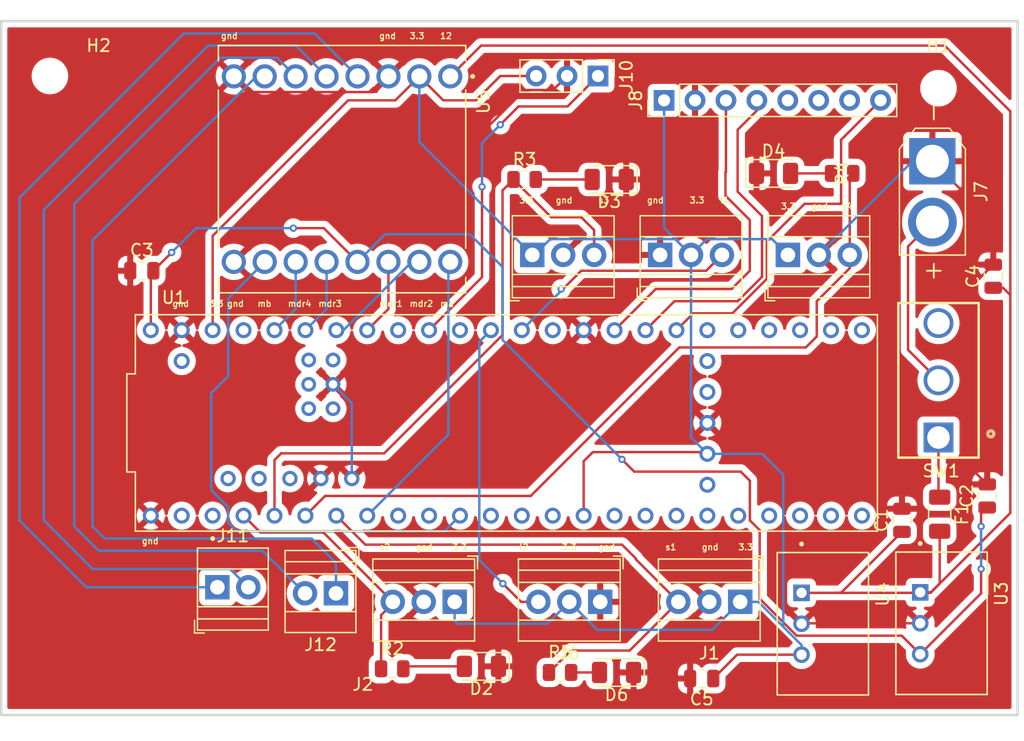
<source format=kicad_pcb>
(kicad_pcb (version 20240108) (generator "pcbnew") (generator_version "8.0")
  (layers (0 "F.Cu" signal) (31 "B.Cu" signal) (34 "B.Paste" user) (35 "F.Paste" user) (36 "B.SilkS" user "B.Silkscreen") (37 "F.SilkS" user "F.Silkscreen") (38 "B.Mask" user) (39 "F.Mask" user) (44 "Edge.Cuts" user))
  (net 0 "")
  (net 1 "+12V")
  (net 2 "GND")
  (net 3 "+5V")
  (net 4 "+3.3V")
  (net 5 "s2")
  (net 6 "s3")
  (net 7 "s4")
  (net 8 "Net-(SW1-A)")
  (net 9 "s1")
  (net 10 "L1")
  (net 11 "L2")
  (net 12 "start")
  (net 15 "motorapwm")
  (net 18 "motorbpwm")
  (net 23 "unconnected-(U1-RX1-Pad0)")
  (net 32 "int")
  (net 56 "mdr4")
  (net 57 "Net-(J11-Pin_2)")
  (net 58 "Net-(J11-Pin_1)")
  (net 59 "Net-(J12-Pin_1)")
  (net 60 "Net-(J7-Pin_2)")
  (net 61 "Net-(D2-A)")
  (net 62 "Net-(D3-A)")
  (net 63 "Net-(D4-A)")
  (net 64 "Net-(D6-A)")
  (net 65 "Net-(J12-Pin_2)")
  (net 66 "mdr1")
  (net 67 "mdr2")
  (net 68 "mdr3")
  (net 69 "scl")
  (net 70 "sda")
  (footprint "pleseowrk:voltageregulator" (layer "F.Cu") (at 154.75 73.96 -90)
    (property "Reference" "U3" (at -2.425 -4.915 -90) (layer "F.SilkS"))
    (property "Value" "R-78K5.0-0.5")
    (pad "1" thru_hole rect (at -2.54 1.75 270) (size 1.358 1.358) (drill 0.85) (layers "*.Cu" "*.Mask") (net 1 "+12V"))
    (pad "2" thru_hole circle (at 0 1.75 270) (size 1.358 1.358) (drill 0.85) (layers "*.Cu" "*.Mask") (net 2 "GND"))
    (pad "3" thru_hole circle (at 2.54 1.75 270) (size 1.358 1.358) (drill 0.85) (layers "*.Cu" "*.Mask") (net 3 "+5V"))
  )
  (footprint "TerminalBlock:TerminalBlock_Xinya_XY308-2.54-2P_1x02_P2.54mm_Horizontal" (layer "F.Cu") (at 105 71.5 180)
    (property "Reference" "J12" (at 1.27 -4.22 0) (layer "F.SilkS"))
    (property "Value" "Screw_Terminal_01x02")
    (pad "1" thru_hole rect (at 0 0 180) (size 2 2) (drill 1.2) (layers "*.Cu" "*.Mask") (net 59 "Net-(J12-Pin_1)"))
    (pad "2" thru_hole circle (at 2.54 0 180) (size 2 2) (drill 1.2) (layers "*.Cu" "*.Mask") (net 65 "Net-(J12-Pin_2)"))
  )
  (footprint "Capacitor_SMD:C_0805_2012Metric" (layer "F.Cu") (at 89.05 45)
    (property "Reference" "C3" (at 0 -1.68 0) (layer "F.SilkS"))
    (property "Value" "0.1uF")
    (pad "1" smd roundrect (at -0.95 0) (size 1 1.45) (layers "F.Cu" "F.Paste" "F.Mask") (net 2 "GND"))
    (pad "2" smd roundrect (at 0.95 0) (size 1 1.45) (layers "F.Cu" "F.Paste" "F.Mask") (net 3 "+5V"))
  )
  (footprint "Fuse:Fuse_1206_3216Metric" (layer "F.Cu") (at 154.6 65 -90)
    (property "Reference" "F1" (at 0 -1.82 90) (layer "F.SilkS"))
    (property "Value" "Fuse")
    (pad "1" smd roundrect (at -1.4 0 270) (size 1.25 1.75) (layers "F.Cu" "F.Paste" "F.Mask") (roundrect_rratio 0.2) (net 8 "Net-(SW1-A)"))
    (pad "2" smd roundrect (at 1.4 0 270) (size 1.25 1.75) (layers "F.Cu" "F.Paste" "F.Mask") (roundrect_rratio 0.2) (net 1 "+12V"))
  )
  (footprint "Resistor_SMD:R_0805_2012Metric" (layer "F.Cu") (at 109.6225 77.7)
    (property "Reference" "R2" (at 0 -1.65 0) (layer "F.SilkS"))
    (property "Value" "R_US")
    (pad "1" smd roundrect (at -0.9125 0) (size 1.025 1.4) (layers "F.Cu" "F.Paste" "F.Mask") (roundrect_rratio 0.243902) (net 5 "s2"))
    (pad "2" smd roundrect (at 0.9125 0) (size 1.025 1.4) (layers "F.Cu" "F.Paste" "F.Mask") (roundrect_rratio 0.243902) (net 61 "Net-(D2-A)"))
  )
  (footprint "Capacitor_SMD:C_0805_2012Metric" (layer "F.Cu") (at 158.5 63.5 90)
    (property "Reference" "C2" (at 0 -1.68 90) (layer "F.SilkS"))
    (property "Value" "10 uF")
    (pad "1" smd roundrect (at -0.95 0 90) (size 1 1.45) (layers "F.Cu" "F.Paste" "F.Mask") (net 3 "+5V"))
    (pad "2" smd roundrect (at 0.95 0 90) (size 1 1.45) (layers "F.Cu" "F.Paste" "F.Mask") (net 2 "GND"))
  )
  (footprint "TerminalBlock:TerminalBlock_Xinya_XY308-2.54-3P_1x03_P2.54mm_Horizontal" (layer "F.Cu") (at 126.71 72.2 180)
    (property "Reference" "J6" (at 2.54 -4.22 0) (layer "F.SilkS"))
    (property "Value" "Screw_Terminal_01x03")
    (pad "1" thru_hole rect (at 0 0 180) (size 2 2) (drill 1.2) (layers "*.Cu" "*.Mask") (net 2 "GND"))
    (pad "2" thru_hole circle (at 2.54 0 180) (size 2 2) (drill 1.2) (layers "*.Cu" "*.Mask") (net 4 "+3.3V"))
    (pad "3" thru_hole circle (at 5.08 0 180) (size 2 2) (drill 1.2) (layers "*.Cu" "*.Mask") (net 11 "L2"))
  )
  (footprint "TerminalBlock:TerminalBlock_Xinya_XY308-2.54-3P_1x03_P2.54mm_Horizontal" (layer "F.Cu") (at 131.63 43.7)
    (property "Reference" "J5" (hide yes))
    (property "Value" "Screw_Terminal_01x03")
    (pad "1" thru_hole rect (at 0 0) (size 2 2) (drill 1.2) (layers "*.Cu" "*.Mask") (net 2 "GND"))
    (pad "2" thru_hole circle (at 2.54 0) (size 2 2) (drill 1.2) (layers "*.Cu" "*.Mask") (net 4 "+3.3V"))
    (pad "3" thru_hole circle (at 5.08 0) (size 2 2) (drill 1.2) (layers "*.Cu" "*.Mask") (net 10 "L1"))
  )
  (footprint "pleseowrk:teensy" (layer "F.Cu") (at 119 57.5)
    (property "Reference" "U1" (at -27.305 -10.295 0) (layer "F.SilkS"))
    (property "Value" "DEV-16771")
    (pad "0" thru_hole circle (at -26.67 7.62) (size 1.308 1.308) (drill 0.8) (layers "*.Cu" "*.Mask") (net 23 "unconnected-(U1-RX1-Pad0)"))
    (pad "1" thru_hole circle (at -24.13 7.62) (size 1.308 1.308) (drill 0.8) (layers "*.Cu" "*.Mask"))
    (pad "2" thru_hole circle (at -21.59 7.62) (size 1.308 1.308) (drill 0.8) (layers "*.Cu" "*.Mask") (net 5 "s2"))
    (pad "3" thru_hole circle (at -19.05 7.62) (size 1.308 1.308) (drill 0.8) (layers "*.Cu" "*.Mask") (net 6 "s3"))
    (pad "3.3V_1" thru_hole circle (at 6.35 7.62) (size 1.308 1.308) (drill 0.8) (layers "*.Cu" "*.Mask") (net 4 "+3.3V"))
    (pad "3.3V_2" thru_hole circle (at -24.13 -7.62) (size 1.308 1.308) (drill 0.8) (layers "*.Cu" "*.Mask") (net 4 "+3.3V"))
    (pad "3.3V_3" thru_hole circle (at 16.51 2.54) (size 1.308 1.308) (drill 0.8) (layers "*.Cu" "*.Mask") (net 4 "+3.3V"))
    (pad "4" thru_hole circle (at -16.51 7.62) (size 1.308 1.308) (drill 0.8) (layers "*.Cu" "*.Mask") (net 7 "s4"))
    (pad "5" thru_hole circle (at -13.97 7.62) (size 1.308 1.308) (drill 0.8) (layers "*.Cu" "*.Mask") (net 9 "s1"))
    (pad "5V" thru_hole circle (at -22.86 4.57) (size 1.258 1.258) (drill 0.75) (layers "*.Cu" "*.Mask"))
    (pad "6" thru_hole circle (at -11.43 7.62) (size 1.308 1.308) (drill 0.8) (layers "*.Cu" "*.Mask") (net 15 "motorapwm"))
    (pad "7" thru_hole circle (at -8.89 7.62) (size 1.308 1.308) (drill 0.8) (layers "*.Cu" "*.Mask"))
    (pad "8" thru_hole circle (at -6.35 7.62) (size 1.308 1.308) (drill 0.8) (layers "*.Cu" "*.Mask"))
    (pad "9" thru_hole circle (at -3.81 7.62) (size 1.308 1.308) (drill 0.8) (layers "*.Cu" "*.Mask") (net 18 "motorbpwm"))
    (pad "10" thru_hole circle (at -1.27 7.62) (size 1.308 1.308) (drill 0.8) (layers "*.Cu" "*.Mask"))
    (pad "11" thru_hole circle (at 1.27 7.62) (size 1.308 1.308) (drill 0.8) (layers "*.Cu" "*.Mask"))
    (pad "12" thru_hole circle (at 3.81 7.62) (size 1.308 1.308) (drill 0.8) (layers "*.Cu" "*.Mask"))
    (pad "13" thru_hole circle (at 3.81 -7.62) (size 1.308 1.308) (drill 0.8) (layers "*.Cu" "*.Mask"))
    (pad "14" thru_hole circle (at 1.27 -7.62) (size 1.308 1.308) (drill 0.8) (layers "*.Cu" "*.Mask") (net 10 "L1"))
    (pad "15" thru_hole circle (at -1.27 -7.62) (size 1.308 1.308) (drill 0.8) (layers "*.Cu" "*.Mask") (net 11 "L2"))
    (pad "16" thru_hole circle (at -3.81 -7.62) (size 1.308 1.308) (drill 0.8) (layers "*.Cu" "*.Mask"))
    (pad "17" thru_hole circle (at -6.35 -7.62) (size 1.308 1.308) (drill 0.8) (layers "*.Cu" "*.Mask") (net 12 "start"))
    (pad "18" thru_hole circle (at -8.89 -7.62) (size 1.308 1.308) (drill 0.8) (layers "*.Cu" "*.Mask"))
    (pad "19" thru_hole circle (at -11.43 -7.62) (size 1.308 1.308) (drill 0.8) (layers "*.Cu" "*.Mask") (net 66 "mdr1"))
    (pad "20" thru_hole circle (at -13.97 -7.62) (size 1.308 1.308) (drill 0.8) (layers "*.Cu" "*.Mask") (net 67 "mdr2"))
    (pad "21" thru_hole circle (at -16.51 -7.62) (size 1.308 1.308) (drill 0.8) (layers "*.Cu" "*.Mask") (net 68 "mdr3"))
    (pad "22" thru_hole circle (at -19.05 -7.62) (size 1.308 1.308) (drill 0.8) (layers "*.Cu" "*.Mask") (net 56 "mdr4"))
    (pad "23" thru_hole circle (at -21.59 -7.62) (size 1.308 1.308) (drill 0.8) (layers "*.Cu" "*.Mask"))
    (pad "24" thru_hole circle (at 8.89 7.62) (size 1.308 1.308) (drill 0.8) (layers "*.Cu" "*.Mask"))
    (pad "25" thru_hole circle (at 11.43 7.62) (size 1.308 1.308) (drill 0.8) (layers "*.Cu" "*.Mask"))
    (pad "26" thru_hole circle (at 13.97 7.62) (size 1.308 1.308) (drill 0.8) (layers "*.Cu" "*.Mask"))
    (pad "27" thru_hole circle (at 16.51 7.62) (size 1.308 1.308) (drill 0.8) (layers "*.Cu" "*.Mask"))
    (pad "28" thru_hole circle (at 19.05 7.62) (size 1.308 1.308) (drill 0.8) (layers "*.Cu" "*.Mask"))
    (pad "29" thru_hole circle (at 21.59 7.62) (size 1.308 1.308) (drill 0.8) (layers "*.Cu" "*.Mask"))
    (pad "30" thru_hole circle (at 24.13 7.62) (size 1.308 1.308) (drill 0.8) (layers "*.Cu" "*.Mask"))
    (pad "31" thru_hole circle (at 26.67 7.62) (size 1.308 1.308) (drill 0.8) (layers "*.Cu" "*.Mask"))
    (pad "32" thru_hole circle (at 29.21 7.62) (size 1.308 1.308) (drill 0.8) (layers "*.Cu" "*.Mask"))
    (pad "33" thru_hole circle (at 29.21 -7.62) (size 1.308 1.308) (drill 0.8) (layers "*.Cu" "*.Mask"))
    (pad "34" thru_hole circle (at 26.67 -7.62) (size 1.308 1.308) (drill 0.8) (layers "*.Cu" "*.Mask"))
    (pad "35" thru_hole circle (at 24.13 -7.62) (size 1.308 1.308) (drill 0.8) (layers "*.Cu" "*.Mask"))
    (pad "36" thru_hole circle (at 21.59 -7.62) (size 1.308 1.308) (drill 0.8) (layers "*.Cu" "*.Mask"))
    (pad "37" thru_hole circle (at 19.05 -7.62) (size 1.308 1.308) (drill 0.8) (layers "*.Cu" "*.Mask"))
    (pad "38" thru_hole circle (at 16.51 -7.62) (size 1.308 1.308) (drill 0.8) (layers "*.Cu" "*.Mask"))
    (pad "39" thru_hole circle (at 13.97 -7.62) (size 1.308 1.308) (drill 0.8) (layers "*.Cu" "*.Mask") (net 32 "int"))
    (pad "40" thru_hole circle (at 11.43 -7.62) (size 1.308 1.308) (drill 0.8) (layers "*.Cu" "*.Mask") (net 70 "sda"))
    (pad "41" thru_hole circle (at 8.89 -7.62) (size 1.308 1.308) (drill 0.8) (layers "*.Cu" "*.Mask") (net 69 "scl"))
    (pad "D+" thru_hole circle (at -17.78 4.57) (size 1.258 1.258) (drill 0.75) (layers "*.Cu" "*.Mask"))
    (pad "D-" thru_hole circle (at -20.32 4.57) (size 1.258 1.258) (drill 0.75) (layers "*.Cu" "*.Mask"))
    (pad "GND1" thru_hole circle (at -29.21 7.62) (size 1.308 1.308) (drill 0.8) (layers "*.Cu" "*.Mask") (net 2 "GND"))
    (pad "GND2" thru_hole circle (at 6.35 -7.62) (size 1.308 1.308) (drill 0.8) (layers "*.Cu" "*.Mask") (net 2 "GND"))
    (pad "GND3" thru_hole circle (at -26.67 -7.62) (size 1.308 1.308) (drill 0.8) (layers "*.Cu" "*.Mask") (net 2 "GND"))
    (pad "GND4" thru_hole circle (at 16.51 0) (size 1.308 1.308) (drill 0.8) (layers "*.Cu" "*.Mask") (net 2 "GND"))
    (pad "GND5" thru_hole circle (at -14.24 -3.17) (size 1.208 1.208) (drill 0.7) (layers "*.Cu" "*.Mask") (net 2 "GND"))
    (pad "LED" thru_hole circle (at -16.24 -3.17) (size 1.208 1.208) (drill 0.7) (layers "*.Cu" "*.Mask"))
    (pad "ON/OFF" thru_hole circle (at 16.51 -5.08) (size 1.308 1.308) (drill 0.8) (layers "*.Cu" "*.Mask"))
    (pad "PROGRAM" thru_hole circle (at 16.51 -2.54) (size 1.308 1.308) (drill 0.8) (layers "*.Cu" "*.Mask"))
    (pad "R+" thru_hole circle (at -16.24 -5.17) (size 1.208 1.208) (drill 0.7) (layers "*.Cu" "*.Mask"))
    (pad "R-" thru_hole circle (at -14.24 -5.17) (size 1.208 1.208) (drill 0.7) (layers "*.Cu" "*.Mask"))
    (pad "T+" thru_hole circle (at -14.24 -1.17) (size 1.208 1.208) (drill 0.7) (layers "*.Cu" "*.Mask"))
    (pad "T-" thru_hole circle (at -16.24 -1.17) (size 1.208 1.208) (drill 0.7) (layers "*.Cu" "*.Mask"))
    (pad "USB_GND1" thru_hole circle (at -15.24 4.57) (size 1.258 1.258) (drill 0.75) (layers "*.Cu" "*.Mask") (net 2 "GND"))
    (pad "USB_GND2" thru_hole circle (at -12.7 4.57) (size 1.258 1.258) (drill 0.75) (layers "*.Cu" "*.Mask") (net 2 "GND"))
    (pad "VBAT" thru_hole circle (at 16.51 5.08) (size 1.308 1.308) (drill 0.8) (layers "*.Cu" "*.Mask"))
    (pad "VIN" thru_hole circle (at -29.21 -7.62) (size 1.308 1.308) (drill 0.8) (layers "*.Cu" "*.Mask") (net 3 "+5V"))
    (pad "VUSB" thru_hole circle (at -26.67 -5.08) (size 1.308 1.308) (drill 0.8) (layers "*.Cu" "*.Mask"))
  )
  (footprint "Resistor_SMD:R_0805_2012Metric" (layer "F.Cu") (at 146.5875 37 180)
    (property "Reference" "R4" (at 0 0 90) (layer "F.SilkS"))
    (property "Value" "R_US")
    (pad "1" smd roundrect (at -0.9125 0 180) (size 1.025 1.4) (layers "F.Cu" "F.Paste" "F.Mask") (roundrect_rratio 0.243902) (net 7 "s4"))
    (pad "2" smd roundrect (at 0.9125 0 180) (size 1.025 1.4) (layers "F.Cu" "F.Paste" "F.Mask") (roundrect_rratio 0.243902) (net 63 "Net-(D4-A)"))
  )
  (footprint "TerminalBlock:TerminalBlock_Xinya_XY308-2.54-2P_1x02_P2.54mm_Horizontal" (layer "F.Cu") (at 95.26 71)
    (property "Reference" "J11" (at 1.27 -4.22 0) (layer "F.SilkS"))
    (property "Value" "Screw_Terminal_01x02")
    (pad "1" thru_hole rect (at 0 0) (size 2 2) (drill 1.2) (layers "*.Cu" "*.Mask") (net 58 "Net-(J11-Pin_1)"))
    (pad "2" thru_hole circle (at 2.54 0) (size 2 2) (drill 1.2) (layers "*.Cu" "*.Mask") (net 57 "Net-(J11-Pin_2)"))
  )
  (footprint "LED_SMD:LED_1206_3216Metric" (layer "F.Cu") (at 127.45 37.5 180)
    (property "Reference" "D3" (at 0 -1.82 180) (layer "F.SilkS"))
    (property "Value" "LED")
    (pad "1" smd roundrect (at -1.4 0 180) (size 1.25 1.75) (layers "F.Cu" "F.Paste" "F.Mask") (roundrect_rratio 0.2) (net 2 "GND"))
    (pad "2" smd roundrect (at 1.4 0 180) (size 1.25 1.75) (layers "F.Cu" "F.Paste" "F.Mask") (roundrect_rratio 0.2) (net 62 "Net-(D3-A)"))
  )
  (footprint "Connector_AMASS:AMASS_XT30U-F_1x02_P5.0mm_Vertical" (layer "F.Cu") (at 154 36 -90)
    (property "Reference" "J7" (at 2.5 -4 90) (layer "F.SilkS"))
    (property "Value" "Battery")
    (fp_text user "-" (at -4 0 90) (layer "F.SilkS") (effects (font (size 1.5 1.5))))
    (fp_text user "+" (at 9 0 90) (layer "F.SilkS") (effects (font (size 1.5 1.5))))
    (pad "1" thru_hole rect (at 0 0 270) (size 3.8 3.8) (drill 2.7) (layers "*.Cu" "*.Mask") (net 2 "GND"))
    (pad "2" thru_hole circle (at 5 0 270) (size 4 4) (drill 2.7) (layers "*.Cu" "*.Mask") (net 60 "Net-(J7-Pin_2)"))
  )
  (footprint "LED_SMD:LED_1206_3216Metric" (layer "F.Cu") (at 128.05 78 180)
    (property "Reference" "D6" (at 0 -1.82 180) (layer "F.SilkS"))
    (property "Value" "LED")
    (pad "1" smd roundrect (at -1.4 0 180) (size 1.25 1.75) (layers "F.Cu" "F.Paste" "F.Mask") (roundrect_rratio 0.2) (net 2 "GND"))
    (pad "2" smd roundrect (at 1.4 0 180) (size 1.25 1.75) (layers "F.Cu" "F.Paste" "F.Mask") (roundrect_rratio 0.2) (net 64 "Net-(D6-A)"))
  )
  (footprint "pleseowrk:voltageregulator" (layer "F.Cu") (at 145 74 -90)
    (property "Reference" "U4" (at -2.425 -4.915 -90) (layer "F.SilkS"))
    (property "Value" "R-78K5.0-0.5")
    (pad "1" thru_hole rect (at -2.54 1.75 270) (size 1.358 1.358) (drill 0.85) (layers "*.Cu" "*.Mask") (net 1 "+12V"))
    (pad "2" thru_hole circle (at 0 1.75 270) (size 1.358 1.358) (drill 0.85) (layers "*.Cu" "*.Mask") (net 2 "GND"))
    (pad "3" thru_hole circle (at 2.54 1.75 270) (size 1.358 1.358) (drill 0.85) (layers "*.Cu" "*.Mask") (net 4 "+3.3V"))
  )
  (footprint "Resistor_SMD:R_0805_2012Metric" (layer "F.Cu") (at 123.4125 78)
    (property "Reference" "R5" (at 0 -1.65 0) (layer "F.SilkS"))
    (property "Value" "R_US")
    (pad "1" smd roundrect (at -0.9125 0) (size 1.025 1.4) (layers "F.Cu" "F.Paste" "F.Mask") (roundrect_rratio 0.243902) (net 9 "s1"))
    (pad "2" smd roundrect (at 0.9125 0) (size 1.025 1.4) (layers "F.Cu" "F.Paste" "F.Mask") (roundrect_rratio 0.243902) (net 64 "Net-(D6-A)"))
  )
  (footprint "TerminalBlock:TerminalBlock_Xinya_XY308-2.54-3P_1x03_P2.54mm_Horizontal" (layer "F.Cu") (at 121.13 43.7)
    (property "Reference" "J3" (hide yes))
    (property "Value" "Screw_Terminal_01x03")
    (pad "1" thru_hole rect (at 0 0) (size 2 2) (drill 1.2) (layers "*.Cu" "*.Mask") (net 4 "+3.3V"))
    (pad "2" thru_hole circle (at 2.54 0) (size 2 2) (drill 1.2) (layers "*.Cu" "*.Mask") (net 2 "GND"))
    (pad "3" thru_hole circle (at 5.08 0) (size 2 2) (drill 1.2) (layers "*.Cu" "*.Mask") (net 6 "s3"))
  )
  (footprint "TerminalBlock:TerminalBlock_Xinya_XY308-2.54-3P_1x03_P2.54mm_Horizontal" (layer "F.Cu") (at 138.21 72.2 180)
    (property "Reference" "J1" (at 2.54 -4.22 0) (layer "F.SilkS"))
    (property "Value" "Screw_Terminal_01x03")
    (pad "1" thru_hole rect (at 0 0 180) (size 2 2) (drill 1.2) (layers "*.Cu" "*.Mask") (net 4 "+3.3V"))
    (pad "2" thru_hole circle (at 2.54 0 180) (size 2 2) (drill 1.2) (layers "*.Cu" "*.Mask") (net 2 "GND"))
    (pad "3" thru_hole circle (at 5.08 0 180) (size 2 2) (drill 1.2) (layers "*.Cu" "*.Mask") (net 9 "s1"))
  )
  (footprint "MountingHole:MountingHole_2.5mm" (layer "F.Cu") (at 81.5 29)
    (property "Reference" "H2" (at 4 -2.5 0) (layer "F.SilkS"))
    (property "Value" "MountingHole")
    (pad "" np_thru_hole circle (at 0 0) (size 2.5 2.5) (drill 2.5) (layers "*.Cu" "*.Mask"))
  )
  (footprint "pleseowrk:switch" (layer "F.Cu") (at 154.5 54 180)
    (property "Reference" "SW1" (at -0.22543 -7.44928 180) (layer "F.SilkS") (effects (font (size 1.001921 1.001921))))
    (property "Value" "SW_SPDT")
    (pad "1" thru_hole rect (at 0 -4.7 180) (size 2.45 2.45) (drill 1.85) (layers "*.Cu" "*.Mask") (net 8 "Net-(SW1-A)"))
    (pad "2" thru_hole circle (at 0 0 180) (size 2.45 2.45) (drill 1.85) (layers "*.Cu" "*.Mask") (net 60 "Net-(J7-Pin_2)"))
    (pad "3" thru_hole circle (at 0 4.7 180) (size 2.45 2.45) (drill 1.85) (layers "*.Cu" "*.Mask"))
  )
  (footprint "Resistor_SMD:R_0805_2012Metric" (layer "F.Cu") (at 120.5 37.5)
    (property "Reference" "R3" (at 0 -1.65 0) (layer "F.SilkS"))
    (property "Value" "R_US")
    (pad "1" smd roundrect (at -0.9125 0) (size 1.025 1.4) (layers "F.Cu" "F.Paste" "F.Mask") (roundrect_rratio 0.243902) (net 6 "s3"))
    (pad "2" smd roundrect (at 0.9125 0) (size 1.025 1.4) (layers "F.Cu" "F.Paste" "F.Mask") (roundrect_rratio 0.243902) (net 62 "Net-(D3-A)"))
  )
  (footprint "MountingHole:MountingHole_2.5mm" (layer "F.Cu") (at 154.5 30)
    (property "Reference" "H1" (at 0 -3.5 0) (layer "F.SilkS"))
    (property "Value" "MountingHole")
    (pad "" np_thru_hole circle (at 0 0) (size 2.5 2.5) (drill 2.5) (layers "*.Cu" "*.Mask"))
  )
  (footprint "LED_SMD:LED_1206_3216Metric" (layer "F.Cu") (at 116.95 77.5 180)
    (property "Reference" "D2" (at 0 -1.82 180) (layer "F.SilkS"))
    (property "Value" "LED")
    (pad "1" smd roundrect (at -1.4 0 180) (size 1.25 1.75) (layers "F.Cu" "F.Paste" "F.Mask") (roundrect_rratio 0.2) (net 2 "GND"))
    (pad "2" smd roundrect (at 1.4 0 180) (size 1.25 1.75) (layers "F.Cu" "F.Paste" "F.Mask") (roundrect_rratio 0.2) (net 61 "Net-(D2-A)"))
  )
  (footprint "Connector_PinHeader_2.54mm:PinHeader_1x03_P2.54mm_Vertical" (layer "F.Cu") (at 126.525 29 -90)
    (property "Reference" "J10" (at 0 -2.33 90) (layer "F.SilkS"))
    (property "Value" "Conn_01x03_Pin")
    (pad "1" thru_hole rect (at 0 0 270) (size 1.7 1.7) (drill 1) (layers "*.Cu" "*.Mask") (net 12 "start"))
    (pad "2" thru_hole oval (at 0 2.54 270) (size 1.7 1.7) (drill 1) (layers "*.Cu" "*.Mask") (net 2 "GND"))
    (pad "3" thru_hole oval (at 0 5.08 270) (size 1.7 1.7) (drill 1) (layers "*.Cu" "*.Mask") (net 4 "+3.3V"))
  )
  (footprint "pleseowrk:driver" (layer "F.Cu") (at 105.5 36.65 -90)
    (property "Reference" "U5" (at -5.5332 -11.6132 90) (layer "F.SilkS"))
    (property "Value" "ROB-14450")
    (pad "1" thru_hole circle (at -7.62 -8.89 270) (size 1.98 1.98) (drill 1.32) (layers "*.Cu" "*.Mask") (net 1 "+12V"))
    (pad "2" thru_hole circle (at -7.62 -6.35 270) (size 1.98 1.98) (drill 1.32) (layers "*.Cu" "*.Mask") (net 4 "+3.3V"))
    (pad "3" thru_hole circle (at -7.62 -3.81 270) (size 1.98 1.98) (drill 1.32) (layers "*.Cu" "*.Mask") (net 2 "GND"))
    (pad "4" thru_hole circle (at -7.62 -1.27 270) (size 1.98 1.98) (drill 1.32) (layers "*.Cu" "*.Mask") (net 58 "Net-(J11-Pin_1)"))
    (pad "5" thru_hole circle (at -7.62 1.27 270) (size 1.98 1.98) (drill 1.32) (layers "*.Cu" "*.Mask") (net 57 "Net-(J11-Pin_2)"))
    (pad "6" thru_hole circle (at -7.62 3.81 270) (size 1.98 1.98) (drill 1.32) (layers "*.Cu" "*.Mask") (net 65 "Net-(J12-Pin_2)"))
    (pad "7" thru_hole circle (at -7.62 6.35 270) (size 1.98 1.98) (drill 1.32) (layers "*.Cu" "*.Mask") (net 59 "Net-(J12-Pin_1)"))
    (pad "8" thru_hole circle (at -7.62 8.89 270) (size 1.98 1.98) (drill 1.32) (layers "*.Cu" "*.Mask") (net 2 "GND"))
    (pad "9" thru_hole circle (at 7.62 8.89 270) (size 1.98 1.98) (drill 1.32) (layers "*.Cu" "*.Mask") (net 2 "GND"))
    (pad "10" thru_hole circle (at 7.62 6.35 270) (size 1.98 1.98) (drill 1.32) (layers "*.Cu" "*.Mask") (net 18 "motorbpwm"))
    (pad "11" thru_hole circle (at 7.62 3.81 270) (size 1.98 1.98) (drill 1.32) (layers "*.Cu" "*.Mask") (net 56 "mdr4"))
    (pad "12" thru_hole circle (at 7.62 1.27 270) (size 1.98 1.98) (drill 1.32) (layers "*.Cu" "*.Mask") (net 68 "mdr3"))
    (pad "13" thru_hole circle (at 7.62 -1.27 270) (size 1.98 1.98) (drill 1.32) (layers "*.Cu" "*.Mask") (net 3 "+5V"))
    (pad "14" thru_hole circle (at 7.62 -3.81 270) (size 1.98 1.98) (drill 1.32) (layers "*.Cu" "*.Mask") (net 66 "mdr1"))
    (pad "15" thru_hole circle (at 7.62 -6.35 270) (size 1.98 1.98) (drill 1.32) (layers "*.Cu" "*.Mask") (net 67 "mdr2"))
    (pad "16" thru_hole circle (at 7.62 -8.89 270) (size 1.98 1.98) (drill 1.32) (layers "*.Cu" "*.Mask") (net 15 "motorapwm"))
  )
  (footprint "LED_SMD:LED_1206_3216Metric" (layer "F.Cu") (at 140.95 37)
    (property "Reference" "D4" (at 0 -1.82 0) (layer "F.SilkS"))
    (property "Value" "LED")
    (pad "1" smd roundrect (at -1.4 0) (size 1.25 1.75) (layers "F.Cu" "F.Paste" "F.Mask") (roundrect_rratio 0.2) (net 2 "GND"))
    (pad "2" smd roundrect (at 1.4 0) (size 1.25 1.75) (layers "F.Cu" "F.Paste" "F.Mask") (roundrect_rratio 0.2) (net 63 "Net-(D4-A)"))
  )
  (footprint "TerminalBlock:TerminalBlock_Xinya_XY308-2.54-3P_1x03_P2.54mm_Horizontal" (layer "F.Cu") (at 114.75 72.2 180)
    (property "Reference" "J2" (at 7.54 -6.78 180) (layer "F.SilkS"))
    (property "Value" "Screw_Terminal_01x03")
    (pad "1" thru_hole rect (at 0 0 180) (size 2 2) (drill 1.2) (layers "*.Cu" "*.Mask") (net 4 "+3.3V"))
    (pad "2" thru_hole circle (at 2.54 0 180) (size 2 2) (drill 1.2) (layers "*.Cu" "*.Mask") (net 2 "GND"))
    (pad "3" thru_hole circle (at 5.08 0 180) (size 2 2) (drill 1.2) (layers "*.Cu" "*.Mask") (net 5 "s2"))
  )
  (footprint "Capacitor_SMD:C_0805_2012Metric" (layer "F.Cu") (at 159 45.45 90)
    (property "Reference" "C4" (at 0 -1.68 90) (layer "F.SilkS"))
    (property "Value" "10uF")
    (pad "1" smd roundrect (at -0.95 0 90) (size 1 1.45) (layers "F.Cu" "F.Paste" "F.Mask") (net 1 "+12V"))
    (pad "2" smd roundrect (at 0.95 0 90) (size 1 1.45) (layers "F.Cu" "F.Paste" "F.Mask") (net 2 "GND"))
  )
  (footprint "Connector_PinHeader_2.54mm:PinHeader_1x08_P2.54mm_Vertical" (layer "F.Cu") (at 131.96 31 90)
    (property "Reference" "J8" (at 0 -2.33 90) (layer "F.SilkS"))
    (property "Value" "Conn_01x08_Pin")
    (pad "1" thru_hole rect (at 0 0 90) (size 1.7 1.7) (drill 1) (layers "*.Cu" "*.Mask") (net 4 "+3.3V"))
    (pad "2" thru_hole oval (at 0 2.54 90) (size 1.7 1.7) (drill 1) (layers "*.Cu" "*.Mask") (net 2 "GND"))
    (pad "3" thru_hole oval (at 0 5.08 90) (size 1.7 1.7) (drill 1) (layers "*.Cu" "*.Mask") (net 69 "scl"))
    (pad "4" thru_hole oval (at 0 7.62 90) (size 1.7 1.7) (drill 1) (layers "*.Cu" "*.Mask") (net 70 "sda"))
    (pad "5" thru_hole oval (at 0 10.16 90) (size 1.7 1.7) (drill 1) (layers "*.Cu" "*.Mask"))
    (pad "6" thru_hole oval (at 0 12.7 90) (size 1.7 1.7) (drill 1) (layers "*.Cu" "*.Mask"))
    (pad "7" thru_hole oval (at 0 15.24 90) (size 1.7 1.7) (drill 1) (layers "*.Cu" "*.Mask"))
    (pad "8" thru_hole oval (at 0 17.78 90) (size 1.7 1.7) (drill 1) (layers "*.Cu" "*.Mask") (net 32 "int"))
  )
  (footprint "TerminalBlock:TerminalBlock_Xinya_XY308-2.54-3P_1x03_P2.54mm_Horizontal" (layer "F.Cu") (at 142.13 43.7)
    (property "Reference" "J4" (hide yes))
    (property "Value" "Screw_Terminal_01x03")
    (pad "1" thru_hole rect (at 0 0) (size 2 2) (drill 1.2) (layers "*.Cu" "*.Mask") (net 4 "+3.3V"))
    (pad "2" thru_hole circle (at 2.54 0) (size 2 2) (drill 1.2) (layers "*.Cu" "*.Mask") (net 2 "GND"))
    (pad "3" thru_hole circle (at 5.08 0) (size 2 2) (drill 1.2) (layers "*.Cu" "*.Mask") (net 7 "s4"))
  )
  (footprint "Capacitor_SMD:C_0805_2012Metric" (layer "F.Cu") (at 151.5 65.5 90)
    (property "Reference" "C1" (at 0 -1.68 90) (layer "F.SilkS"))
    (property "Value" "10uF")
    (pad "1" smd roundrect (at -0.95 0 90) (size 1 1.45) (layers "F.Cu" "F.Paste" "F.Mask") (net 1 "+12V"))
    (pad "2" smd roundrect (at 0.95 0 90) (size 1 1.45) (layers "F.Cu" "F.Paste" "F.Mask") (net 2 "GND"))
  )
  (footprint "Capacitor_SMD:C_0805_2012Metric" (layer "F.Cu") (at 135.05 78.5 180)
    (property "Reference" "C5" (at 0 -1.68 0) (layer "F.SilkS"))
    (property "Value" "10uF")
    (pad "1" smd roundrect (at -0.95 0 180) (size 1 1.45) (layers "F.Cu" "F.Paste" "F.Mask") (net 4 "+3.3V"))
    (pad "2" smd roundrect (at 0.95 0 180) (size 1 1.45) (layers "F.Cu" "F.Paste" "F.Mask") (net 2 "GND"))
  )
  (gr_rect (start 77.5 24.5) (end 161 81.5) (stroke (width 0.2)) (fill none) (layer "Edge.Cuts"))
  (gr_text "gnd" (at 130.5 39.5 0) (layer "F.SilkS") (effects (font (size 0.5 0.5) (thickness 0.1) (bold yes)) (justify left bottom)))
  (gr_text "s3" (at 126.5 39.5 0) (layer "F.SilkS") (effects (font (size 0.5 0.5) (thickness 0.1) (bold yes)) (justify left bottom)))
  (gr_text "3.3" (at 114.5 68 0) (layer "F.SilkS") (effects (font (size 0.5 0.5) (thickness 0.1) (bold yes)) (justify left bottom)))
  (gr_text "mdr1" (at 108.5 48 0) (layer "F.SilkS") (effects (font (size 0.5 0.5) (thickness 0.1) (bold yes)) (justify left bottom)))
  (gr_text "gnd" (at 89 67.5 0) (layer "F.SilkS") (effects (font (size 0.5 0.5) (thickness 0.1) (bold yes)) (justify left bottom)))
  (gr_text "gnd" (at 111.5 68 0) (layer "F.SilkS") (effects (font (size 0.5 0.5) (thickness 0.1) (bold yes)) (justify left bottom)))
  (gr_text "s4" (at 146.5 40 0) (layer "F.SilkS") (effects (font (size 0.5 0.5) (thickness 0.1) (bold yes)) (justify left bottom)))
  (gr_text "12" (at 113.5 26 0) (layer "F.SilkS") (effects (font (size 0.5 0.5) (thickness 0.1) (bold yes)) (justify left bottom)))
  (gr_text "3.3" (at 111 26 0) (layer "F.SilkS") (effects (font (size 0.5 0.5) (thickness 0.1) (bold yes)) (justify left bottom)))
  (gr_text "gnd" (at 91.5 48 0) (layer "F.SilkS") (effects (font (size 0.5 0.5) (thickness 0.1) (bold yes)) (justify left bottom)))
  (gr_text "3.3" (at 134 39.5 0) (layer "F.SilkS") (effects (font (size 0.5 0.5) (thickness 0.1) (bold yes)) (justify left bottom)))
  (gr_text "gnd" (at 96 48 0) (layer "F.SilkS") (effects (font (size 0.5 0.5) (thickness 0.1) (bold yes)) (justify left bottom)))
  (gr_text "3.3" (at 123.5 68 0) (layer "F.SilkS") (effects (font (size 0.5 0.5) (thickness 0.1) (bold yes)) (justify left bottom)))
  (gr_text "3.3" (at 141.5 40 0) (layer "F.SilkS") (effects (font (size 0.5 0.5) (thickness 0.1) (bold yes)) (justify left bottom)))
  (gr_text "ma" (at 113.5 48 0) (layer "F.SilkS") (effects (font (size 0.5 0.5) (thickness 0.1) (bold yes)) (justify left bottom)))
  (gr_text "mdr3" (at 103.5 48 0) (layer "F.SilkS") (effects (font (size 0.5 0.5) (thickness 0.1) (bold yes)) (justify left bottom)))
  (gr_text "gnd" (at 135 68 0) (layer "F.SilkS") (effects (font (size 0.5 0.5) (thickness 0.1) (bold yes)) (justify left bottom)))
  (gr_text "l1" (at 136.5 39.5 0) (layer "F.SilkS") (effects (font (size 0.5 0.5) (thickness 0.1) (bold yes)) (justify left bottom)))
  (gr_text "gnd" (at 126.5 68 0) (layer "F.SilkS") (effects (font (size 0.5 0.5) (thickness 0.1) (bold yes)) (justify left bottom)))
  (gr_text "gnd" (at 144 40 0) (layer "F.SilkS") (effects (font (size 0.5 0.5) (thickness 0.1) (bold yes)) (justify left bottom)))
  (gr_text "3.3" (at 94.5 48 0) (layer "F.SilkS") (effects (font (size 0.5 0.5) (thickness 0.1) (bold yes)) (justify left bottom)))
  (gr_text "mb" (at 98.5 48 0) (layer "F.SilkS") (effects (font (size 0.5 0.5) (thickness 0.1) (bold yes)) (justify left bottom)))
  (gr_text "gnd" (at 123 39.5 0) (layer "F.SilkS") (effects (font (size 0.5 0.5) (thickness 0.1) (bold yes)) (justify left bottom)))
  (gr_text "gnd" (at 108.5 26 0) (layer "F.SilkS") (effects (font (size 0.5 0.5) (thickness 0.1) (bold yes)) (justify left bottom)))
  (gr_text "3.3" (at 120 39.5 0) (layer "F.SilkS") (effects (font (size 0.5 0.5) (thickness 0.1) (bold yes)) (justify left bottom)))
  (gr_text "3.3" (at 138 68 0) (layer "F.SilkS") (effects (font (size 0.5 0.5) (thickness 0.1) (bold yes)) (justify left bottom)))
  (gr_text "l2" (at 120 68 0) (layer "F.SilkS") (effects (font (size 0.5 0.5) (thickness 0.1) (bold yes)) (justify left bottom)))
  (gr_text "s1" (at 132 68 0) (layer "F.SilkS") (effects (font (size 0.5 0.5) (thickness 0.1) (bold yes)) (justify left bottom)))
  (gr_text "mdr4" (at 101 48 0) (layer "F.SilkS") (effects (font (size 0.5 0.5) (thickness 0.1) (bold yes)) (justify left bottom)))
  (gr_text "mdr2" (at 111 48 0) (layer "F.SilkS") (effects (font (size 0.5 0.5) (thickness 0.1) (bold yes)) (justify left bottom)))
  (gr_text "gnd" (at 95.5 26 0) (layer "F.SilkS") (effects (font (size 0.5 0.5) (thickness 0.1) (bold yes)) (justify left bottom)))
  (gr_text "s2" (at 108.5 68 0) (layer "F.SilkS") (effects (font (size 0.5 0.5) (thickness 0.1) (bold yes)) (justify left bottom)))
  (segment (start 160.4 47) (end 160.4 31.9) (width 0.2) (layer "F.Cu") (net 1))
  (segment (start 154.6 66.4) (end 154.6 70.699) (width 0.2) (layer "F.Cu") (net 1))
  (segment (start 153.839 71.46) (end 146 71.46) (width 0.2) (layer "F.Cu") (net 1))
  (segment (start 160.4 64.899) (end 160.4 47) (width 0.2) (layer "F.Cu") (net 1))
  (segment (start 159 46.4) (end 159.8 46.4) (width 0.2) (layer "F.Cu") (net 1))
  (segment (start 116.92 26.5) (end 114.39 29.03) (width 0.2) (layer "F.Cu") (net 1))
  (segment (start 159.8 46.4) (end 160.4 47) (width 0.2) (layer "F.Cu") (net 1))
  (segment (start 156.8995 68.3995) (end 158.6495 66.6495) (width 0.2) (layer "F.Cu") (net 1))
  (segment (start 160.4 31.9) (end 155 26.5) (width 0.2) (layer "F.Cu") (net 1))
  (segment (start 153 71.42) (end 153.879 71.42) (width 0.2) (layer "F.Cu") (net 1))
  (segment (start 153.879 71.42) (end 156.8995 68.3995) (width 0.2) (layer "F.Cu") (net 1))
  (segment (start 158.6495 66.6495) (end 160.4 64.899) (width 0.2) (layer "F.Cu") (net 1))
  (segment (start 155 26.5) (end 116.92 26.5) (width 0.2) (layer "F.Cu") (net 1))
  (segment (start 146.49 71.46) (end 146 71.46) (width 0.2) (layer "F.Cu") (net 1))
  (segment (start 151.5 66.45) (end 146.49 71.46) (width 0.2) (layer "F.Cu") (net 1))
  (segment (start 154.6 70.699) (end 153.839 71.46) (width 0.2) (layer "F.Cu") (net 1))
  (segment (start 146 71.46) (end 143.935 71.46) (width 0.2) (layer "F.Cu") (net 1))
  (segment (start 88.1 37.54) (end 88.1 45) (width 0.2) (layer "F.Cu") (net 2))
  (segment (start 159 41) (end 159 44.5) (width 0.2) (layer "F.Cu") (net 2))
  (segment (start 107.28 33.6) (end 117.051471 33.6) (width 0.2) (layer "F.Cu") (net 2))
  (segment (start 97.9 30.32) (end 96.61 29.03) (width 0.2) (layer "F.Cu") (net 2))
  (segment (start 154 36) (end 159 41) (width 0.2) (layer "F.Cu") (net 2))
  (segment (start 96.61 29.03) (end 88.1 37.54) (width 0.2) (layer "F.Cu") (net 2))
  (segment (start 109.31 29.03) (end 108.02 30.32) (width 0.2) (layer "F.Cu") (net 2))
  (segment (start 96.61 44.27) (end 107.28 33.6) (width 0.2) (layer "F.Cu") (net 2))
  (segment (start 153 73.96) (end 143.29 73.96) (width 0.2) (layer "F.Cu") (net 2))
  (segment (start 120.501471 30.15) (end 122.835 30.15) (width 0.2) (layer "F.Cu") (net 2))
  (segment (start 158.5 62.55) (end 157.5 61.55) (width 0.2) (layer "F.Cu") (net 2))
  (segment (start 128.85 37.5) (end 133 37.5) (width 0.2) (layer "F.Cu") (net 2))
  (segment (start 129.5875 78.5) (end 129.5875 77.3475) (width 0.2) (layer "F.Cu") (net 2))
  (segment (start 157.5 61.55) (end 157.5 46) (width 0.2) (layer "F.Cu") (net 2))
  (segment (start 133 37.5) (end 134.5 36) (width 0.2) (layer "F.Cu") (net 2))
  (segment (start 143.29 73.96) (end 143.25 74) (width 0.2) (layer "F.Cu") (net 2))
  (segment (start 129.5875 77.3475) (end 129.63 77.305) (width 0.2) (layer "F.Cu") (net 2))
  (segment (start 134.5 31) (end 134.5 36) (width 0.2) (layer "F.Cu") (net 2))
  (segment (start 108.02 30.32) (end 97.9 30.32) (width 0.2) (layer "F.Cu") (net 2))
  (segment (start 122.835 30.15) (end 123.985 29) (width 0.2) (layer "F.Cu") (net 2))
  (segment (start 157.5 46) (end 159 44.5) (width 0.2) (layer "F.Cu") (net 2))
  (segment (start 117.051471 33.6) (end 120.501471 30.15) (width 0.2) (layer "F.Cu") (net 2))
  (segment (start 106.3 55.87) (end 106.3 62.07) (width 0.2) (layer "B.Cu") (net 2))
  (segment (start 144.67 43.7) (end 152.37 36) (width 0.2) (layer "B.Cu") (net 2))
  (segment (start 104.76 54.33) (end 106.3 55.87) (width 0.2) (layer "B.Cu") (net 2))
  (segment (start 152.37 36) (end 154 36) (width 0.2) (layer "B.Cu") (net 2))
  (segment (start 104 41.5) (end 106.77 44.27) (width 0.2) (layer "F.Cu") (net 3))
  (segment (start 139.004 65.504) (end 139.004 62.254) (width 0.2) (layer "F.Cu") (net 3))
  (segment (start 158 66) (end 158 64.95) (width 0.2) (layer "F.Cu") (net 3))
  (segment (start 139.81042 71.944936) (end 139.81042 66.31042) (width 0.2) (layer "F.Cu") (net 3))
  (segment (start 139.004 62.254) (end 138.25 61.5) (width 0.2) (layer "F.Cu") (net 3))
  (segment (start 89.79 49.88) (end 89.79 45.21) (width 0.2) (layer "F.Cu") (net 3))
  (segment (start 139.81042 66.31042) (end 139.004 65.504) (width 0.2) (layer "F.Cu") (net 3))
  (segment (start 158 64.95) (end 158.5 64.45) (width 0.2) (layer "F.Cu") (net 3))
  (segment (start 129.5 61.5) (end 128.5 60.5) (width 0.2) (layer "F.Cu") (net 3))
  (segment (start 138.25 61.5) (end 129.5 61.5) (width 0.2) (layer "F.Cu") (net 3))
  (segment (start 101.5 41.5) (end 104 41.5) (width 0.2) (layer "F.Cu") (net 3))
  (segment (start 151.479 74.979) (end 142.844484 74.979) (width 0.2) (layer "F.Cu") (net 3))
  (segment (start 153 76.5) (end 151.479 74.979) (width 0.2) (layer "F.Cu") (net 3))
  (segment (start 142.844484 74.979) (end 139.81042 71.944936) (width 0.2) (layer "F.Cu") (net 3))
  (segment (start 153.05 76.55) (end 153 76.5) (width 0.2) (layer "F.Cu") (net 3))
  (segment (start 91.5 43.5) (end 90 45) (width 0.2) (layer "F.Cu") (net 3))
  (segment (start 158 71.5) (end 158 69.5) (width 0.2) (layer "F.Cu") (net 3))
  (segment (start 153 76.5) (end 158 71.5) (width 0.2) (layer "F.Cu") (net 3))
  (segment (start 89.79 45.21) (end 90 45) (width 0.2) (layer "F.Cu") (net 3))
  (via (at 128.5 60.5) (size 0.6) (drill 0.3) (layers "F.Cu" "B.Cu") (net 3))
  (via (at 158 69.5) (size 0.6) (drill 0.3) (layers "F.Cu" "B.Cu") (net 3))
  (via (at 158 66) (size 0.6) (drill 0.3) (layers "F.Cu" "B.Cu") (net 3))
  (via (at 101.5 41.5) (size 0.6) (drill 0.3) (layers "F.Cu" "B.Cu") (net 3))
  (via (at 91.5 43.5) (size 0.6) (drill 0.3) (layers "F.Cu" "B.Cu") (net 3))
  (segment (start 158 69.5) (end 158 66) (width 0.2) (layer "B.Cu") (net 3))
  (segment (start 153 76.5) (end 152.5 76.5) (width 0.2) (layer "B.Cu") (net 3))
  (segment (start 118.684 50.684) (end 118.684 44.684) (width 0.2) (layer "B.Cu") (net 3))
  (segment (start 93.5 41.5) (end 91.5 43.5) (width 0.2) (layer "B.Cu") (net 3))
  (segment (start 116 42) (end 109.04 42) (width 0.2) (layer "B.Cu") (net 3))
  (segment (start 101.5 41.5) (end 93.5 41.5) (width 0.2) (layer "B.Cu") (net 3))
  (segment (start 109.04 42) (end 106.77 44.27) (width 0.2) (layer "B.Cu") (net 3))
  (segment (start 118.684 44.684) (end 116 42) (width 0.2) (layer "B.Cu") (net 3))
  (segment (start 128.5 60.5) (end 118.684 50.684) (width 0.2) (layer "B.Cu") (net 3))
  (segment (start 143.25 76.54) (end 137.96 76.54) (width 0.2) (layer "F.Cu") (net 4))
  (segment (start 94.87 42.13) (end 94.87 49.88) (width 0.2) (layer "F.Cu") (net 4))
  (segment (start 116.5 31) (end 113.82 31) (width 0.2) (layer "F.Cu") (net 4))
  (segment (start 125.35 65.12) (end 125.35 60.65) (width 0.2) (layer "F.Cu") (net 4))
  (segment (start 113.82 31) (end 111.85 29.03) (width 0.2) (layer "F.Cu") (net 4))
  (segment (start 137.96 76.54) (end 136 78.5) (width 0.2) (layer "F.Cu") (net 4))
  (segment (start 126.1 59.9) (end 135.37 59.9) (width 0.2) (layer "F.Cu") (net 4))
  (segment (start 135.37 59.9) (end 135.51 60.04) (width 0.2) (layer "F.Cu") (net 4))
  (segment (start 106 31) (end 94.87 42.13) (width 0.2) (layer "F.Cu") (net 4))
  (segment (start 125.35 60.65) (end 126.1 59.9) (width 0.2) (layer "F.Cu") (net 4))
  (segment (start 109.88 31) (end 106 31) (width 0.2) (layer "F.Cu") (net 4))
  (segment (start 118.5 29) (end 116.5 31) (width 0.2) (layer "F.Cu") (net 4))
  (segment (start 111.85 29.03) (end 109.88 31) (width 0.2) (layer "F.Cu") (net 4))
  (segment (start 121.445 29) (end 118.5 29) (width 0.2) (layer "F.Cu") (net 4))
  (segment (start 121.13 43.7) (end 121.13 43.87) (width 0.2) (layer "B.Cu") (net 4))
  (segment (start 111.85 34.42) (end 121.13 43.7) (width 0.2) (layer "B.Cu") (net 4))
  (segment (start 122.6 42.4) (end 132.87 42.4) (width 0.2) (layer "B.Cu") (net 4))
  (segment (start 115 74) (end 122.37 74) (width 0.2) (layer "B.Cu") (net 4))
  (segment (start 111.85 29.03) (end 111.85 34.42) (width 0.2) (layer "B.Cu") (net 4))
  (segment (start 143.25 75.75) (end 143.25 76.54) (width 0.2) (layer "B.Cu") (net 4))
  (segment (start 122.37 74) (end 124.17 72.2) (width 0.2) (layer "B.Cu") (net 4))
  (segment (start 141.75 61.75884) (end 141.75 74.25) (width 0.2) (layer "B.Cu") (net 4))
  (segment (start 131.96 31) (end 131.96 41.49) (width 0.2) (layer "B.Cu") (net 4))
  (segment (start 124.17 72.2) (end 126.47 74.5) (width 0.2) (layer "B.Cu") (net 4))
  (segment (start 121.13 43.87) (end 122.6 42.4) (width 0.2) (layer "B.Cu") (net 4))
  (segment (start 114.75 73.75) (end 115 74) (width 0.2) (layer "B.Cu") (net 4))
  (segment (start 126.47 74.5) (end 135.5 74.5) (width 0.2) (layer "B.Cu") (net 4))
  (segment (start 138.21 72.2) (end 139.7 72.2) (width 0.2) (layer "B.Cu") (net 4))
  (segment (start 134.17 58.7) (end 135.51 60.04) (width 0.2) (layer "B.Cu") (net 4))
  (segment (start 114.75 72.2) (end 114.75 73.75) (width 0.2) (layer "B.Cu") (net 4))
  (segment (start 141.75 74.25) (end 143.25 75.75) (width 0.2) (layer "B.Cu") (net 4))
  (segment (start 138.21 72.2) (end 135.91 74.5) (width 0.2) (layer "B.Cu") (net 4))
  (segment (start 132.87 42.4) (end 134.17 43.7) (width 0.2) (layer "B.Cu") (net 4))
  (segment (start 131.96 41.49) (end 132.87 42.4) (width 0.2) (layer "B.Cu") (net 4))
  (segment (start 135.47 42.4) (end 140.83 42.4) (width 0.2) (layer "B.Cu") (net 4))
  (segment (start 135.51 60.04) (end 140.03116 60.04) (width 0.2) (layer "B.Cu") (net 4))
  (segment (start 135.91 74.5) (end 135.5 74.5) (width 0.2) (layer "B.Cu") (net 4))
  (segment (start 139.7 72.2) (end 141.75 74.25) (width 0.2) (layer "B.Cu") (net 4))
  (segment (start 140.83 42.4) (end 142.13 43.7) (width 0.2) (layer "B.Cu") (net 4))
  (segment (start 140.03116 60.04) (end 141.75 61.75884) (width 0.2) (layer "B.Cu") (net 4))
  (segment (start 134.17 43.7) (end 134.17 58.7) (width 0.2) (layer "B.Cu") (net 4))
  (segment (start 134.17 43.7) (end 135.47 42.4) (width 0.2) (layer "B.Cu") (net 4))
  (segment (start 104 66.53) (end 104 66.5) (width 0.2) (layer "F.Cu") (net 5))
  (segment (start 109.67 72.33) (end 108.71 73.29) (width 0.2) (layer "F.Cu") (net 5))
  (segment (start 109.67 72.2) (end 109.67 72.33) (width 0.2) (layer "F.Cu") (net 5))
  (segment (start 109.67 72.2) (end 104 66.53) (width 0.2) (layer "F.Cu") (net 5))
  (segment (start 108.71 73.29) (end 108.71 77.7) (width 0.2) (layer "F.Cu") (net 5))
  (segment (start 104 66.5) (end 98.79 66.5) (width 0.2) (layer "F.Cu") (net 5))
  (segment (start 98.79 66.5) (end 97.41 65.12) (width 0.2) (layer "F.Cu") (net 5))
  (segment (start 126.21 41.66) (end 125.15 40.6) (width 0.2) (layer "F.Cu") (net 6))
  (segment (start 118.684 38.4035) (end 118.684 50.27516) (width 0.2) (layer "F.Cu") (net 6))
  (segment (start 108.95916 60) (end 100.5 60) (width 0.2) (layer "F.Cu") (net 6))
  (segment (start 100.5 60) (end 99.95 60.55) (width 0.2) (layer "F.Cu") (net 6))
  (segment (start 99.95 60.55) (end 99.95 65.12) (width 0.2) (layer "F.Cu") (net 6))
  (segment (start 125.15 40.6) (end 122.6875 40.6) (width 0.2) (layer "F.Cu") (net 6))
  (segment (start 122.6875 40.6) (end 119.5875 37.5) (width 0.2) (layer "F.Cu") (net 6))
  (segment (start 126.21 43.7) (end 126.21 41.66) (width 0.2) (layer "F.Cu") (net 6))
  (segment (start 118.684 50.27516) (end 108.95916 60) (width 0.2) (layer "F.Cu") (net 6))
  (segment (start 119.5875 37.5) (end 118.684 38.4035) (width 0.2) (layer "F.Cu") (net 6))
  (segment (start 126.21 43.7) (end 125.8725 43.7) (width 0.2) (layer "F.Cu") (net 6))
  (segment (start 102.49 65.12) (end 104.11 63.5) (width 0.2) (layer "F.Cu") (net 7))
  (segment (start 121 63.5) (end 133.2 51.3) (width 0.2) (layer "F.Cu") (net 7))
  (segment (start 104.11 63.5) (end 121 63.5) (width 0.2) (layer "F.Cu") (net 7))
  (segment (start 133.2 51.3) (end 143.6 51.3) (width 0.2) (layer "F.Cu") (net 7))
  (segment (start 147.5 43.41) (end 147.21 43.7) (width 0.2) (layer "F.Cu") (net 7))
  (segment (start 147 43.49) (end 147.21 43.7) (width 0.2) (layer "F.Cu") (net 7))
  (segment (start 147.21 44.79) (end 147.21 43.7) (width 0.2) (layer "F.Cu") (net 7))
  (segment (start 143.6 51.3) (end 144.5 50.4) (width 0.2) (layer "F.Cu") (net 7))
  (segment (start 144.5 47.5) (end 147.21 44.79) (width 0.2) (layer "F.Cu") (net 7))
  (segment (start 147.21 43.7) (end 147.21 37.29) (width 0.2) (layer "F.Cu") (net 7))
  (segment (start 147.21 37.29) (end 147.5 37) (width 0.2) (layer "F.Cu") (net 7))
  (segment (start 144.5 50.4) (end 144.5 47.5) (width 0.2) (layer "F.Cu") (net 7))
  (segment (start 154.5 63.5) (end 154.6 63.6) (width 0.2) (layer "F.Cu") (net 8))
  (segment (start 154.5 58.7) (end 154.5 63.5) (width 0.2) (layer "F.Cu") (net 8))
  (segment (start 129.13 76.2) (end 133.13 72.2) (width 0.2) (layer "F.Cu") (net 9))
  (segment (start 107.41 67.5) (end 105.03 65.12) (width 0.2) (layer "F.Cu") (net 9))
  (segment (start 133.13 72.2) (end 129.63 68.7) (width 0.2) (layer "F.Cu") (net 9))
  (segment (start 129.63 68.63) (end 128.5 67.5) (width 0.2) (layer "F.Cu") (net 9))
  (segment (start 122.5 78) (end 124.3 76.2) (width 0.2) (layer "F.Cu") (net 9))
  (segment (start 124.3 76.2) (end 129.13 76.2) (width 0.2) (layer "F.Cu") (net 9))
  (segment (start 128.5 67.5) (end 107.41 67.5) (width 0.2) (layer "F.Cu") (net 9))
  (segment (start 129.63 68.7) (end 129.63 68.63) (width 0.2) (layer "F.Cu") (net 9))
  (segment (start 135.41 45) (end 125.15 45) (width 0.2) (layer "F.Cu") (net 10))
  (segment (start 136.71 43.7) (end 135.41 45) (width 0.2) (layer "F.Cu") (net 10))
  (segment (start 123.65 46.5) (end 125.15 45) (width 0.2) (layer "F.Cu") (net 10))
  (segment (start 123.5 46.5) (end 123.65 46.5) (width 0.2) (layer "F.Cu") (net 10))
  (via (at 123.5 46.5) (size 0.6) (drill 0.3) (layers "F.Cu" "B.Cu") (net 10))
  (segment (start 123.5 46.65) (end 123.5 46.5) (width 0.2) (layer "B.Cu") (net 10))
  (segment (start 120.27 49.88) (end 123.5 46.65) (width 0.2) (layer "B.Cu") (net 10))
  (segment (start 120.21 72.2) (end 118.71 70.7) (width 0.2) (layer "F.Cu") (net 11))
  (segment (start 121.63 72.2) (end 120.21 72.2) (width 0.2) (layer "F.Cu") (net 11))
  (via (at 118.71 70.7) (size 0.6) (drill 0.3) (layers "F.Cu" "B.Cu") (net 11))
  (segment (start 116.776 68.766) (end 116.776 50.834) (width 0.2) (layer "B.Cu") (net 11))
  (segment (start 118.71 70.7) (end 116.776 68.766) (width 0.2) (layer "B.Cu") (net 11))
  (segment (start 116.776 50.834) (end 117.73 49.88) (width 0.2) (layer "B.Cu") (net 11))
  (segment (start 124.025 31.5) (end 120 31.5) (width 0.2) (layer "F.Cu") (net 12))
  (segment (start 126.525 29) (end 126.5 29) (width 0.2) (layer "F.Cu") (net 12))
  (segment (start 117 38.1) (end 117 45.53) (width 0.2) (layer "F.Cu") (net 12))
  (segment (start 126.525 29) (end 124.025 31.5) (width 0.2) (layer "F.Cu") (net 12))
  (segment (start 117 45.53) (end 112.65 49.88) (width 0.2) (layer "F.Cu") (net 12))
  (segment (start 120 31.5) (end 118.5 33) (width 0.2) (layer "F.Cu") (net 12))
  (via (at 117 38.1) (size 0.6) (drill 0.3) (layers "F.Cu" "B.Cu") (net 12))
  (via (at 118.5 33) (size 0.6) (drill 0.3) (layers "F.Cu" "B.Cu") (net 12))
  (segment (start 117 34.5) (end 117 38.1) (width 0.2) (layer "B.Cu") (net 12))
  (segment (start 118.5 33) (end 117 34.5) (width 0.2) (layer "B.Cu") (net 12))
  (segment (start 114.27 44.27) (end 114 44) (width 0.2) (layer "B.Cu") (net 15))
  (segment (start 114.236 58.454) (end 107.57 65.12) (width 0.2) (layer "B.Cu") (net 15))
  (segment (start 114.236 44.424) (end 114.236 58.454) (width 0.2) (layer "B.Cu") (net 15))
  (segment (start 114.39 44.27) (end 114.236 44.424) (width 0.2) (layer "B.Cu") (net 15))
  (segment (start 96.15 53.65) (end 94.75 55.05) (width 0.2) (layer "B.Cu") (net 18))
  (segment (start 99.15 44.27) (end 98.996 44.424) (width 0.2) (layer "B.Cu") (net 18))
  (segment (start 94.75 63.01884) (end 96.15 64.41884) (width 0.2) (layer "B.Cu") (net 18))
  (segment (start 96.15 65.7) (end 96.85 66.4) (width 0.2) (layer "B.Cu") (net 18))
  (segment (start 96.15 64.41884) (end 96.15 65.7) (width 0.2) (layer "B.Cu") (net 18))
  (segment (start 113.91 66.4) (end 115.19 65.12) (width 0.2) (layer "B.Cu") (net 18))
  (segment (start 94.75 55.05) (end 94.75 63.01884) (width 0.2) (layer "B.Cu") (net 18))
  (segment (start 99.15 44.27) (end 99.23 44.27) (width 0.2) (layer "B.Cu") (net 18))
  (segment (start 96.15 47.27) (end 96.15 53.65) (width 0.2) (layer "B.Cu") (net 18))
  (segment (start 99.23 44.27) (end 99.5 44) (width 0.2) (layer "B.Cu") (net 18))
  (segment (start 99.15 44.27) (end 96.15 47.27) (width 0.2) (layer "B.Cu") (net 18))
  (segment (start 96.85 66.4) (end 113.91 66.4) (width 0.2) (layer "B.Cu") (net 18))
  (segment (start 92.126 64.72484) (end 92.126 65.51516) (width 0.2) (layer "F.Cu") (net 23))
  (segment (start 140.4 42.6) (end 140.4 45.665686) (width 0.2) (layer "F.Cu") (net 32))
  (segment (start 146.5 39.5) (end 143.5 39.5) (width 0.2) (layer "F.Cu") (net 32))
  (segment (start 137.565686 48.5) (end 134.35 48.5) (width 0.2) (layer "F.Cu") (net 32))
  (segment (start 149.74 31) (end 146.5 34.24) (width 0.2) (layer "F.Cu") (net 32))
  (segment (start 134.35 48.5) (end 132.97 49.88) (width 0.2) (layer "F.Cu") (net 32))
  (segment (start 143.5 39.5) (end 140.4 42.6) (width 0.2) (layer "F.Cu") (net 32))
  (segment (start 146.5 34.24) (end 146.5 39.5) (width 0.2) (layer "F.Cu") (net 32))
  (segment (start 140.4 45.665686) (end 137.565686 48.5) (width 0.2) (layer "F.Cu") (net 32))
  (segment (start 101.69 48.14) (end 99.95 49.88) (width 0.2) (layer "B.Cu") (net 56))
  (segment (start 101.69 44.27) (end 101.69 48.14) (width 0.2) (layer "B.Cu") (net 56))
  (segment (start 81 40) (end 81 65.5) (width 0.2) (layer "B.Cu") (net 57))
  (segment (start 81 65.5) (end 85 69.5) (width 0.2) (layer "B.Cu") (net 57))
  (segment (start 104.23 29.03) (end 101.7 26.5) (width 0.2) (layer "B.Cu") (net 57))
  (segment (start 85 69.5) (end 96.3 69.5) (width 0.2) (layer "B.Cu") (net 57))
  (segment (start 96.3 69.5) (end 97.8 71) (width 0.2) (layer "B.Cu") (net 57))
  (segment (start 94.5 26.5) (end 81 40) (width 0.2) (layer "B.Cu") (net 57))
  (segment (start 101.7 26.5) (end 94.5 26.5) (width 0.2) (layer "B.Cu") (net 57))
  (segment (start 84.5 71) (end 95.26 71) (width 0.2) (layer "B.Cu") (net 58))
  (segment (start 103.24 25.5) (end 92.5 25.5) (width 0.2) (layer "B.Cu") (net 58))
  (segment (start 79 39) (end 79 65.5) (width 0.2) (layer "B.Cu") (net 58))
  (segment (start 106.77 29.03) (end 103.24 25.5) (width 0.2) (layer "B.Cu") (net 58))
  (segment (start 79 65.5) (end 84.5 71) (width 0.2) (layer "B.Cu") (net 58))
  (segment (start 92.5 25.5) (end 79 39) (width 0.2) (layer "B.Cu") (net 58))
  (segment (start 99.15 29.03) (end 99.03 29.03) (width 0.2) (layer "F.Cu") (net 59))
  (segment (start 99.03 29.03) (end 99 29) (width 0.2) (layer "F.Cu") (net 59))
  (segment (start 103 67) (end 86 67) (width 0.2) (layer "B.Cu") (net 59))
  (segment (start 86 67) (end 85 66) (width 0.2) (layer "B.Cu") (net 59))
  (segment (start 105 69) (end 103 67) (width 0.2) (layer "B.Cu") (net 59))
  (segment (start 85 42.5) (end 98.47 29.03) (width 0.2) (layer "B.Cu") (net 59))
  (segment (start 99.5 29) (end 99.18 29) (width 0.2) (layer "B.Cu") (net 59))
  (segment (start 85 66) (end 85 42.5) (width 0.2) (layer "B.Cu") (net 59))
  (segment (start 98.47 29.03) (end 99.15 29.03) (width 0.2) (layer "B.Cu") (net 59))
  (segment (start 99.18 29) (end 99.15 29.03) (width 0.2) (layer "B.Cu") (net 59))
  (segment (start 105 71.5) (end 105 69) (width 0.2) (layer "B.Cu") (net 59))
  (segment (start 152 51.5) (end 154.5 54) (width 0.2) (layer "F.Cu") (net 60))
  (segment (start 154 41) (end 152 43) (width 0.2) (layer "F.Cu") (net 60))
  (segment (start 152 43) (end 152 51.5) (width 0.2) (layer "F.Cu") (net 60))
  (segment (start 115.4 77.5) (end 110.735 77.5) (width 0.2) (layer "F.Cu") (net 61))
  (segment (start 110.735 77.5) (end 110.535 77.7) (width 0.2) (layer "F.Cu") (net 61))
  (segment (start 110.71 77.875) (end 110.535 77.7) (width 0.2) (layer "F.Cu") (net 61))
  (segment (start 125.9 37.5) (end 121.4125 37.5) (width 0.2) (layer "F.Cu") (net 62))
  (segment (start 145.675 37) (end 142.5 37) (width 0.2) (layer "F.Cu") (net 63))
  (segment (start 126.5 78) (end 124.325 78) (width 0.2) (layer "F.Cu") (net 64))
  (segment (start 95.5 27.5) (end 83.5 39.5) (width 0.2) (layer "B.Cu") (net 65))
  (segment (start 85.5 68) (end 98.96 68) (width 0.2) (layer "B.Cu") (net 65))
  (segment (start 100.16 27.5) (end 95.5 27.5) (width 0.2) (layer "B.Cu") (net 65))
  (segment (start 83.5 39.5) (end 83.5 66) (width 0.2) (layer "B.Cu") (net 65))
  (segment (start 98.96 68) (end 102.46 71.5) (width 0.2) (layer "B.Cu") (net 65))
  (segment (start 101.69 29.03) (end 100.16 27.5) (width 0.2) (layer "B.Cu") (net 65))
  (segment (start 83.5 66) (end 85.5 68) (width 0.2) (layer "B.Cu") (net 65))
  (segment (start 109.31 44.27) (end 109.31 48.14) (width 0.2) (layer "F.Cu") (net 66))
  (segment (start 109.31 48.14) (end 107.57 49.88) (width 0.2) (layer "F.Cu") (net 66))
  (segment (start 111.23 44.27) (end 105.62 49.88) (width 0.2) (layer "B.Cu") (net 67))
  (segment (start 105.62 49.88) (end 105.03 49.88) (width 0.2) (layer "B.Cu") (net 67))
  (segment (start 111.85 44.27) (end 111.23 44.27) (width 0.2) (layer "B.Cu") (net 67))
  (segment (start 104.23 44.27) (end 104.23 48.14) (width 0.2) (layer "B.Cu") (net 68))
  (segment (start 104.23 48.14) (end 102.49 49.88) (width 0.2) (layer "B.Cu") (net 68))
  (segment (start 137.04 36.873916) (end 137 36.913916) (width 0.2) (layer "F.Cu") (net 69))
  (segment (start 137.04 31) (end 137.04 36.873916) (width 0.2) (layer "F.Cu") (net 69))
  (segment (start 137 36.913916) (end 137 38.833916) (width 0.2) (layer "F.Cu") (net 69))
  (segment (start 131.27 46.5) (end 127.89 49.88) (width 0.2) (layer "F.Cu") (net 69))
  (segment (start 137 38.833916) (end 139 40.833916) (width 0.2) (layer "F.Cu") (net 69))
  (segment (start 139 45) (end 137.5 46.5) (width 0.2) (layer "F.Cu") (net 69))
  (segment (start 139 40.833916) (end 139 45) (width 0.2) (layer "F.Cu") (net 69))
  (segment (start 137.5 46.5) (end 131.27 46.5) (width 0.2) (layer "F.Cu") (net 69))
  (segment (start 138 33.42) (end 138 38.5) (width 0.2) (layer "F.Cu") (net 70))
  (segment (start 132.81 47.5) (end 130.43 49.88) (width 0.2) (layer "F.Cu") (net 70))
  (segment (start 138 38.5) (end 140 40.5) (width 0.2) (layer "F.Cu") (net 70))
  (segment (start 139.58 31) (end 140 31.42) (width 0.2) (layer "F.Cu") (net 70))
  (segment (start 140 31.42) (end 138 33.42) (width 0.2) (layer "F.Cu") (net 70))
  (segment (start 140 40.5) (end 140 45.5) (width 0.2) (layer "F.Cu") (net 70))
  (segment (start 138 47.5) (end 132.81 47.5) (width 0.2) (layer "F.Cu") (net 70))
  (segment (start 140 45.5) (end 138 47.5) (width 0.2) (layer "F.Cu") (net 70))
  (zone (net 2) (net_name "GND") (layer "F.Cu") (connect_pads (clearance 0.5)) (min_thickness 0.25) (fill yes (thermal_gap 0.5) (thermal_bridge_width 0.5))
    (polygon (pts (xy 78 24.5) (xy 161.5 24.5) (xy 161 81.5) (xy 77.5 81.5)))
  )
)
</source>
